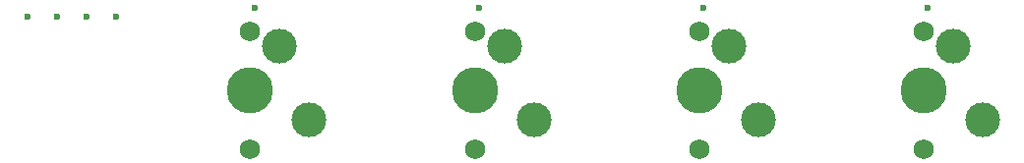
<source format=gbr>
G04 #@! TF.GenerationSoftware,KiCad,Pcbnew,8.0.6*
G04 #@! TF.CreationDate,2025-06-08T14:35:04+01:00*
G04 #@! TF.ProjectId,macro-keyboard,6d616372-6f2d-46b6-9579-626f6172642e,0.1*
G04 #@! TF.SameCoordinates,Original*
G04 #@! TF.FileFunction,Soldermask,Top*
G04 #@! TF.FilePolarity,Negative*
%FSLAX46Y46*%
G04 Gerber Fmt 4.6, Leading zero omitted, Abs format (unit mm)*
G04 Created by KiCad (PCBNEW 8.0.6) date 2025-06-08 14:35:04*
%MOMM*%
%LPD*%
G01*
G04 APERTURE LIST*
%ADD10C,1.750000*%
%ADD11C,3.000000*%
%ADD12C,3.987800*%
%ADD13C,0.600000*%
G04 APERTURE END LIST*
D10*
X99441000Y-58420000D03*
D11*
X101981000Y-59690000D03*
D12*
X99441000Y-63500000D03*
D11*
X104521000Y-66040000D03*
D10*
X99441000Y-68580000D03*
X118745000Y-58420000D03*
D11*
X121285000Y-59690000D03*
D12*
X118745000Y-63500000D03*
D11*
X123825000Y-66040000D03*
D10*
X118745000Y-68580000D03*
X80093934Y-58420000D03*
D11*
X82633934Y-59690000D03*
D12*
X80093934Y-63500000D03*
D11*
X85173934Y-66040000D03*
D10*
X80093934Y-68580000D03*
X138049000Y-58420000D03*
D11*
X140589000Y-59690000D03*
D12*
X138049000Y-63500000D03*
D11*
X143129000Y-66040000D03*
D10*
X138049000Y-68580000D03*
D13*
X80518000Y-56388000D03*
X60960000Y-57150000D03*
X66040000Y-57150000D03*
X119126000Y-56388000D03*
X68580000Y-57150000D03*
X138430000Y-56388000D03*
X99822000Y-56388000D03*
X63500000Y-57150000D03*
M02*

</source>
